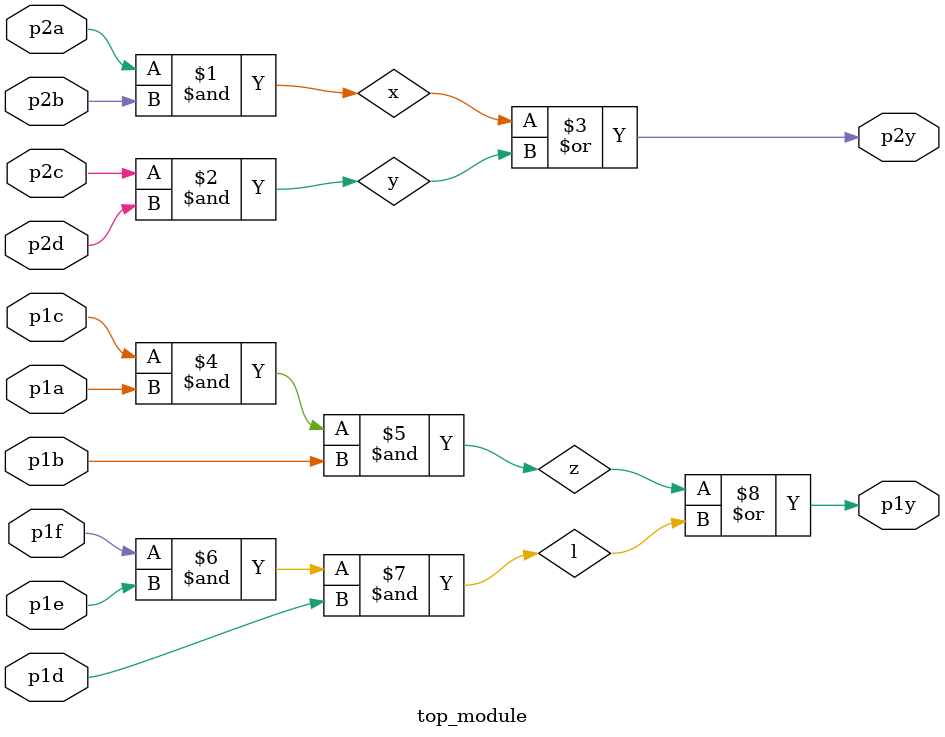
<source format=v>
module top_module (
    input  p1a,
    p1b,
    p1c,
    p1d,
    p1e,
    p1f,
    output p1y,
    input  p2a,
    p2b,
    p2c,
    p2d,
    output p2y
);
  wire x, y, z, l;
  assign x   = p2a & p2b;
  assign y   = p2c & p2d;
  assign p2y = x | y;  //p2y=(p2a & p2b )| (p2c & p2d);
  assign z   = p1c & p1a & p1b;
  assign l   = p1f & p1e & p1d;
  assign p1y = z | l;  //p1y= ( p1c & p1a & p1b) | (p1f & p1e & p1d)

endmodule


</source>
